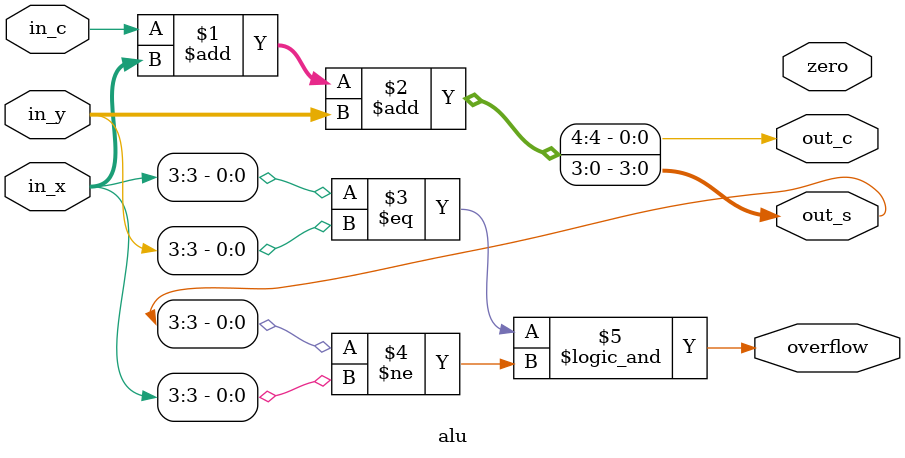
<source format=v>
module alu(
        input in_c,
        input [3:0] in_x,
        input [3:0] in_y,
        output reg [3:0] out_s,
        output reg out_c,
        output reg zero,
        output reg overflow
    );
    assign {out_c, out_s} = in_c + in_x + in_y;
    assign overflow = (in_x[3] == in_y[3] && out_s[3] != in_x[3]);

endmodule

</source>
